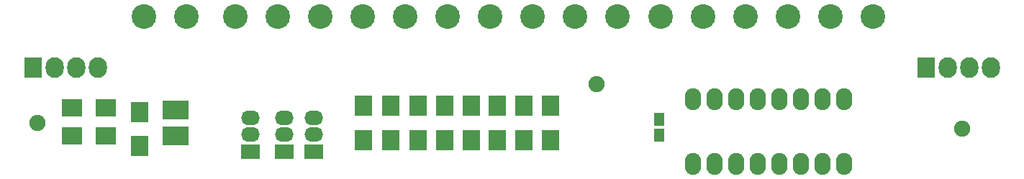
<source format=gbr>
G04 #@! TF.FileFunction,Soldermask,Top*
%FSLAX46Y46*%
G04 Gerber Fmt 4.6, Leading zero omitted, Abs format (unit mm)*
G04 Created by KiCad (PCBNEW 4.0.4-stable) date 04/04/17 13:48:34*
%MOMM*%
%LPD*%
G01*
G04 APERTURE LIST*
%ADD10C,0.100000*%
%ADD11O,1.901140X2.599640*%
%ADD12R,2.200000X1.700000*%
%ADD13O,2.200000X1.700000*%
%ADD14R,2.400000X2.100000*%
%ADD15R,2.100000X2.400000*%
%ADD16R,2.127200X2.432000*%
%ADD17O,2.127200X2.432000*%
%ADD18C,2.900000*%
%ADD19R,1.150000X1.600000*%
%ADD20R,3.097480X2.195780*%
%ADD21C,1.900000*%
G04 APERTURE END LIST*
D10*
D11*
X162110000Y-74810000D03*
X164650000Y-74810000D03*
X167190000Y-74810000D03*
X169730000Y-74810000D03*
X172270000Y-74810000D03*
X174810000Y-74810000D03*
X177350000Y-74810000D03*
X179890000Y-74810000D03*
X179890000Y-67190000D03*
X177350000Y-67190000D03*
X174810000Y-67190000D03*
X172270000Y-67190000D03*
X169730000Y-67190000D03*
X167190000Y-67190000D03*
X164650000Y-67190000D03*
X162110000Y-67190000D03*
D12*
X110000000Y-73400000D03*
D13*
X110000000Y-71400000D03*
X110000000Y-69400000D03*
D12*
X117500000Y-73400000D03*
D13*
X117500000Y-71400000D03*
X117500000Y-69400000D03*
D12*
X114000000Y-73400000D03*
D13*
X114000000Y-71400000D03*
X114000000Y-69400000D03*
D14*
X89000000Y-68250000D03*
X93000000Y-68250000D03*
X89000000Y-71500000D03*
X93000000Y-71500000D03*
D15*
X123300000Y-68000000D03*
X123300000Y-72000000D03*
X126500000Y-68000000D03*
X126500000Y-72000000D03*
X129800000Y-68000000D03*
X129800000Y-72000000D03*
X132900000Y-68000000D03*
X132900000Y-72000000D03*
X136000000Y-68000000D03*
X136000000Y-72000000D03*
X139100000Y-68000000D03*
X139100000Y-72000000D03*
X142200000Y-68000000D03*
X142200000Y-72000000D03*
X145300000Y-68000000D03*
X145300000Y-72000000D03*
D16*
X189500000Y-63500000D03*
D17*
X192040000Y-63500000D03*
X194580000Y-63500000D03*
X197120000Y-63500000D03*
D16*
X84500000Y-63500000D03*
D17*
X87040000Y-63500000D03*
X89580000Y-63500000D03*
X92120000Y-63500000D03*
D18*
X108250000Y-57500000D03*
X113250000Y-57500000D03*
X118250000Y-57500000D03*
X123250000Y-57500000D03*
X128250000Y-57500000D03*
X133250000Y-57500000D03*
X138250000Y-57500000D03*
X143250000Y-57500000D03*
X148250000Y-57500000D03*
X153250000Y-57500000D03*
X158250000Y-57500000D03*
X163250000Y-57500000D03*
X168250000Y-57500000D03*
X173250000Y-57500000D03*
X183250000Y-57500000D03*
X178250000Y-57500000D03*
D19*
X158100000Y-71450000D03*
X158100000Y-69550000D03*
D18*
X102500000Y-57500000D03*
X97500000Y-57500000D03*
D20*
X101250000Y-71498600D03*
X101250000Y-68501400D03*
D15*
X97000000Y-72750000D03*
X97000000Y-68750000D03*
D21*
X85000000Y-69972000D03*
X150750000Y-65472000D03*
X193750000Y-70722000D03*
M02*

</source>
